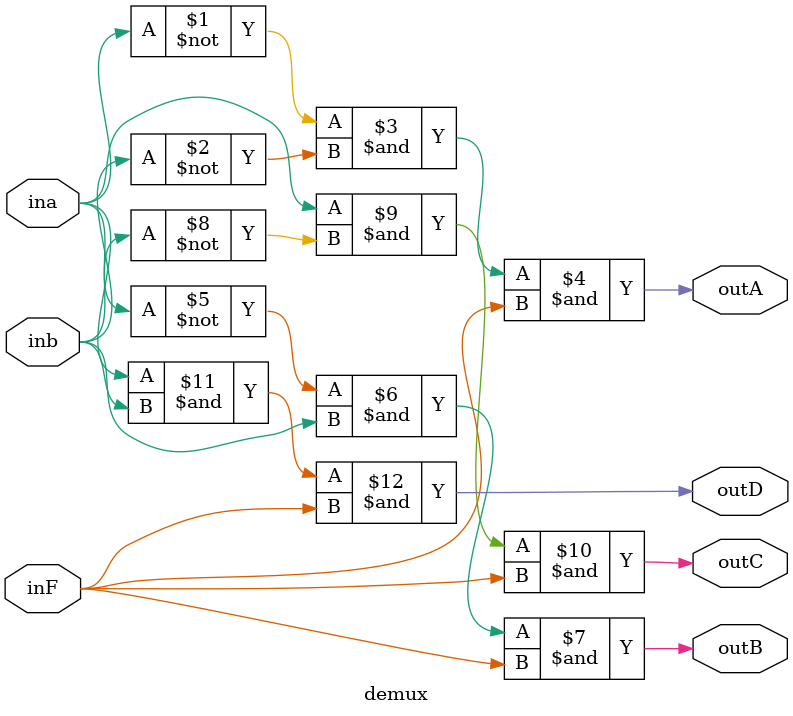
<source format=v>
`timescale 1ns / 1ps

module demux(ina, inb, inF, outA, outB, outC, outD);

input ina, inb, inF;
output outA, outB, outC, outD;

assign outA=(~ina)&(~inb)&(inF);
assign outB=(~ina)&(inb)&(inF);
assign outC=(ina)&(~inb)&(inF);
assign outD=(ina)&(inb)&(inF);

endmodule

</source>
